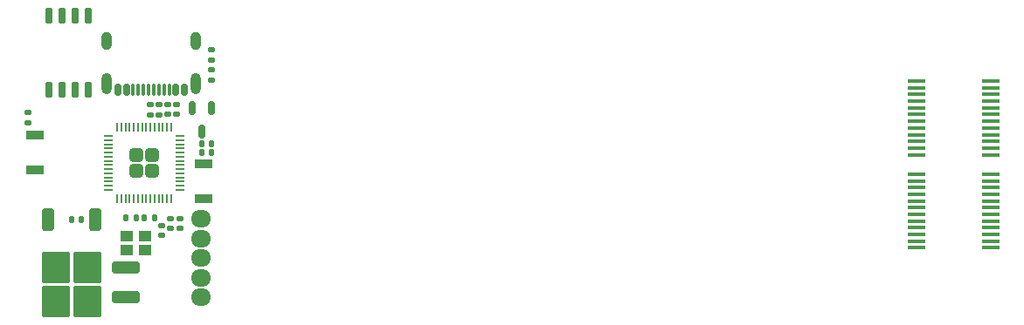
<source format=gbr>
%TF.GenerationSoftware,KiCad,Pcbnew,7.0.11*%
%TF.CreationDate,2025-01-20T01:48:30+09:00*%
%TF.ProjectId,Line,4c696e65-2e6b-4696-9361-645f70636258,rev?*%
%TF.SameCoordinates,Original*%
%TF.FileFunction,Paste,Top*%
%TF.FilePolarity,Positive*%
%FSLAX46Y46*%
G04 Gerber Fmt 4.6, Leading zero omitted, Abs format (unit mm)*
G04 Created by KiCad (PCBNEW 7.0.11) date 2025-01-20 01:48:30*
%MOMM*%
%LPD*%
G01*
G04 APERTURE LIST*
G04 Aperture macros list*
%AMRoundRect*
0 Rectangle with rounded corners*
0 $1 Rounding radius*
0 $2 $3 $4 $5 $6 $7 $8 $9 X,Y pos of 4 corners*
0 Add a 4 corners polygon primitive as box body*
4,1,4,$2,$3,$4,$5,$6,$7,$8,$9,$2,$3,0*
0 Add four circle primitives for the rounded corners*
1,1,$1+$1,$2,$3*
1,1,$1+$1,$4,$5*
1,1,$1+$1,$6,$7*
1,1,$1+$1,$8,$9*
0 Add four rect primitives between the rounded corners*
20,1,$1+$1,$2,$3,$4,$5,0*
20,1,$1+$1,$4,$5,$6,$7,0*
20,1,$1+$1,$6,$7,$8,$9,0*
20,1,$1+$1,$8,$9,$2,$3,0*%
G04 Aperture macros list end*
%ADD10RoundRect,0.135000X-0.185000X0.135000X-0.185000X-0.135000X0.185000X-0.135000X0.185000X0.135000X0*%
%ADD11R,1.150000X1.000000*%
%ADD12RoundRect,0.135000X0.185000X-0.135000X0.185000X0.135000X-0.185000X0.135000X-0.185000X-0.135000X0*%
%ADD13RoundRect,0.150000X0.150000X0.425000X-0.150000X0.425000X-0.150000X-0.425000X0.150000X-0.425000X0*%
%ADD14RoundRect,0.075000X0.075000X0.500000X-0.075000X0.500000X-0.075000X-0.500000X0.075000X-0.500000X0*%
%ADD15O,1.000000X2.100000*%
%ADD16O,1.000000X1.800000*%
%ADD17RoundRect,0.150000X-0.150000X0.512500X-0.150000X-0.512500X0.150000X-0.512500X0.150000X0.512500X0*%
%ADD18RoundRect,0.249999X-0.395001X-0.395001X0.395001X-0.395001X0.395001X0.395001X-0.395001X0.395001X0*%
%ADD19RoundRect,0.050000X-0.387500X-0.050000X0.387500X-0.050000X0.387500X0.050000X-0.387500X0.050000X0*%
%ADD20RoundRect,0.050000X-0.050000X-0.387500X0.050000X-0.387500X0.050000X0.387500X-0.050000X0.387500X0*%
%ADD21RoundRect,0.140000X0.140000X0.170000X-0.140000X0.170000X-0.140000X-0.170000X0.140000X-0.170000X0*%
%ADD22RoundRect,0.140000X0.170000X-0.140000X0.170000X0.140000X-0.170000X0.140000X-0.170000X-0.140000X0*%
%ADD23RoundRect,0.140000X-0.170000X0.140000X-0.170000X-0.140000X0.170000X-0.140000X0.170000X0.140000X0*%
%ADD24RoundRect,0.150000X-0.150000X0.650000X-0.150000X-0.650000X0.150000X-0.650000X0.150000X0.650000X0*%
%ADD25R,1.750000X0.450000*%
%ADD26R,1.700000X0.900000*%
%ADD27O,1.950000X1.700000*%
%ADD28RoundRect,0.250000X-0.350000X0.850000X-0.350000X-0.850000X0.350000X-0.850000X0.350000X0.850000X0*%
%ADD29RoundRect,0.250000X-1.125000X1.275000X-1.125000X-1.275000X1.125000X-1.275000X1.125000X1.275000X0*%
%ADD30RoundRect,0.250000X-1.100000X0.325000X-1.100000X-0.325000X1.100000X-0.325000X1.100000X0.325000X0*%
%ADD31RoundRect,0.135000X-0.135000X-0.185000X0.135000X-0.185000X0.135000X0.185000X-0.135000X0.185000X0*%
%ADD32RoundRect,0.140000X-0.140000X-0.170000X0.140000X-0.170000X0.140000X0.170000X-0.140000X0.170000X0*%
G04 APERTURE END LIST*
D10*
%TO.C,R31*%
X116230400Y-95750756D03*
X116230400Y-96770756D03*
%TD*%
D11*
%TO.C,Y1*%
X114895000Y-108530000D03*
X113145000Y-108530000D03*
X113145000Y-109930000D03*
X114895000Y-109930000D03*
%TD*%
D12*
%TO.C,R30*%
X103520000Y-97550000D03*
X103520000Y-96530000D03*
%TD*%
D13*
%TO.C,J2*%
X118673562Y-94340800D03*
X117873562Y-94340800D03*
D14*
X116723562Y-94340800D03*
X115723562Y-94340800D03*
X115223562Y-94340800D03*
X114223562Y-94340800D03*
D13*
X113073562Y-94340800D03*
X112273562Y-94340800D03*
X112273562Y-94340800D03*
X113073562Y-94340800D03*
D14*
X113723562Y-94340800D03*
X114723562Y-94340800D03*
X116223562Y-94340800D03*
X117223562Y-94340800D03*
D13*
X117873562Y-94340800D03*
X118673562Y-94340800D03*
D15*
X119793562Y-93765800D03*
D16*
X119793562Y-89585800D03*
D15*
X111153562Y-93765800D03*
D16*
X111153562Y-89585800D03*
%TD*%
D17*
%TO.C,U4*%
X121346000Y-96119100D03*
X119446000Y-96119100D03*
X120396000Y-98394100D03*
%TD*%
D18*
%TO.C,U6*%
X114005762Y-100656100D03*
X114005762Y-102256100D03*
X115605762Y-100656100D03*
X115605762Y-102256100D03*
D19*
X111368262Y-98856100D03*
X111368262Y-99256100D03*
X111368262Y-99656100D03*
X111368262Y-100056100D03*
X111368262Y-100456100D03*
X111368262Y-100856100D03*
X111368262Y-101256100D03*
X111368262Y-101656100D03*
X111368262Y-102056100D03*
X111368262Y-102456100D03*
X111368262Y-102856100D03*
X111368262Y-103256100D03*
X111368262Y-103656100D03*
X111368262Y-104056100D03*
D20*
X112205762Y-104893600D03*
X112605762Y-104893600D03*
X113005762Y-104893600D03*
X113405762Y-104893600D03*
X113805762Y-104893600D03*
X114205762Y-104893600D03*
X114605762Y-104893600D03*
X115005762Y-104893600D03*
X115405762Y-104893600D03*
X115805762Y-104893600D03*
X116205762Y-104893600D03*
X116605762Y-104893600D03*
X117005762Y-104893600D03*
X117405762Y-104893600D03*
D19*
X118243262Y-104056100D03*
X118243262Y-103656100D03*
X118243262Y-103256100D03*
X118243262Y-102856100D03*
X118243262Y-102456100D03*
X118243262Y-102056100D03*
X118243262Y-101656100D03*
X118243262Y-101256100D03*
X118243262Y-100856100D03*
X118243262Y-100456100D03*
X118243262Y-100056100D03*
X118243262Y-99656100D03*
X118243262Y-99256100D03*
X118243262Y-98856100D03*
D20*
X117405762Y-98018600D03*
X117005762Y-98018600D03*
X116605762Y-98018600D03*
X116205762Y-98018600D03*
X115805762Y-98018600D03*
X115405762Y-98018600D03*
X115005762Y-98018600D03*
X114605762Y-98018600D03*
X114205762Y-98018600D03*
X113805762Y-98018600D03*
X113405762Y-98018600D03*
X113005762Y-98018600D03*
X112605762Y-98018600D03*
X112205762Y-98018600D03*
%TD*%
D21*
%TO.C,C4*%
X114018000Y-106781600D03*
X113058000Y-106781600D03*
%TD*%
D22*
%TO.C,C5*%
X116535200Y-108480800D03*
X116535200Y-107520800D03*
%TD*%
D12*
%TO.C,R25*%
X115392198Y-96770755D03*
X115392198Y-95750755D03*
%TD*%
D23*
%TO.C,C13*%
X117068600Y-95786000D03*
X117068600Y-96746000D03*
%TD*%
D24*
%TO.C,U5*%
X109423200Y-87179600D03*
X108153200Y-87179600D03*
X106883200Y-87179600D03*
X105613200Y-87179600D03*
X105613200Y-94379600D03*
X106883200Y-94379600D03*
X108153200Y-94379600D03*
X109423200Y-94379600D03*
%TD*%
D25*
%TO.C,U2*%
X189643200Y-93503800D03*
X189643200Y-94153800D03*
X189643200Y-94803800D03*
X189643200Y-95453800D03*
X189643200Y-96103800D03*
X189643200Y-96753800D03*
X189643200Y-97403800D03*
X189643200Y-98053800D03*
X189643200Y-98703800D03*
X189643200Y-99353800D03*
X189643200Y-100003800D03*
X189643200Y-100653800D03*
X196843200Y-100653800D03*
X196843200Y-100003800D03*
X196843200Y-99353800D03*
X196843200Y-98703800D03*
X196843200Y-98053800D03*
X196843200Y-97403800D03*
X196843200Y-96753800D03*
X196843200Y-96103800D03*
X196843200Y-95453800D03*
X196843200Y-94803800D03*
X196843200Y-94153800D03*
X196843200Y-93503800D03*
%TD*%
D26*
%TO.C,SW2*%
X120573800Y-104900200D03*
X120573800Y-101500200D03*
%TD*%
D27*
%TO.C,J1*%
X120345200Y-114528600D03*
X120345200Y-112623600D03*
X120345200Y-110718600D03*
X120345200Y-108813600D03*
X120345200Y-106908600D03*
%TD*%
D26*
%TO.C,SW1*%
X104220000Y-98770000D03*
X104220000Y-102170000D03*
%TD*%
D25*
%TO.C,U3*%
X196843200Y-109696200D03*
X196843200Y-109046200D03*
X196843200Y-108396200D03*
X196843200Y-107746200D03*
X196843200Y-107096200D03*
X196843200Y-106446200D03*
X196843200Y-105796200D03*
X196843200Y-105146200D03*
X196843200Y-104496200D03*
X196843200Y-103846200D03*
X196843200Y-103196200D03*
X196843200Y-102546200D03*
X189643200Y-102546200D03*
X189643200Y-103196200D03*
X189643200Y-103846200D03*
X189643200Y-104496200D03*
X189643200Y-105146200D03*
X189643200Y-105796200D03*
X189643200Y-106446200D03*
X189643200Y-107096200D03*
X189643200Y-107746200D03*
X189643200Y-108396200D03*
X189643200Y-109046200D03*
X189643200Y-109696200D03*
%TD*%
D28*
%TO.C,U1*%
X105464300Y-106950400D03*
X110024300Y-106950400D03*
D29*
X109269300Y-111575400D03*
X106219300Y-111575400D03*
X109269300Y-114925400D03*
X106219300Y-114925400D03*
%TD*%
D10*
%TO.C,R26*%
X121361200Y-92403200D03*
X121361200Y-93423200D03*
%TD*%
D30*
%TO.C,C1*%
X113055400Y-111578600D03*
X113055400Y-114528600D03*
%TD*%
D31*
%TO.C,R32*%
X114780600Y-106756200D03*
X115800600Y-106756200D03*
%TD*%
D23*
%TO.C,C8*%
X117906800Y-95786000D03*
X117906800Y-96746000D03*
%TD*%
D21*
%TO.C,C7*%
X121358600Y-100457000D03*
X120398600Y-100457000D03*
%TD*%
%TO.C,C3*%
X121358600Y-99618800D03*
X120398600Y-99618800D03*
%TD*%
D12*
%TO.C,R27*%
X121361200Y-91467400D03*
X121361200Y-90447400D03*
%TD*%
D32*
%TO.C,C2*%
X107752000Y-106934000D03*
X108712000Y-106934000D03*
%TD*%
D22*
%TO.C,C10*%
X117373400Y-107795000D03*
X117373400Y-106835000D03*
%TD*%
%TO.C,C12*%
X118237000Y-107795000D03*
X118237000Y-106835000D03*
%TD*%
M02*

</source>
